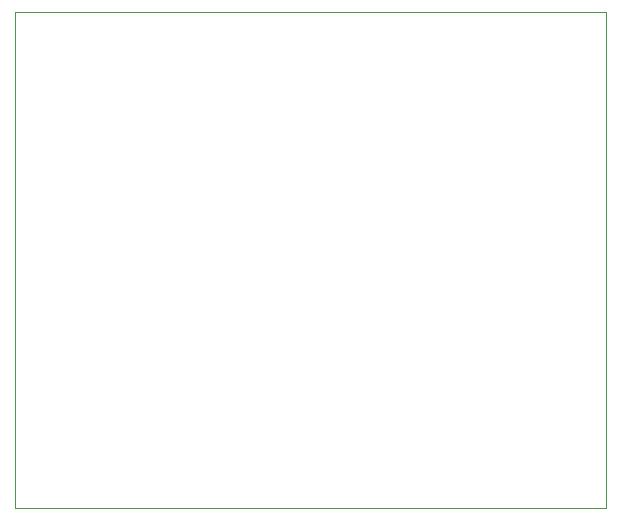
<source format=gbr>
%TF.GenerationSoftware,KiCad,Pcbnew,8.0.2*%
%TF.CreationDate,2025-01-11T01:17:19-03:00*%
%TF.ProjectId,LumiCom_Transmitter,4c756d69-436f-46d5-9f54-72616e736d69,rev?*%
%TF.SameCoordinates,Original*%
%TF.FileFunction,Profile,NP*%
%FSLAX46Y46*%
G04 Gerber Fmt 4.6, Leading zero omitted, Abs format (unit mm)*
G04 Created by KiCad (PCBNEW 8.0.2) date 2025-01-11 01:17:19*
%MOMM*%
%LPD*%
G01*
G04 APERTURE LIST*
%TA.AperFunction,Profile*%
%ADD10C,0.050000*%
%TD*%
G04 APERTURE END LIST*
D10*
X100000000Y-50000000D02*
X150000000Y-50000000D01*
X150000000Y-92000000D01*
X100000000Y-92000000D01*
X100000000Y-50000000D01*
M02*

</source>
